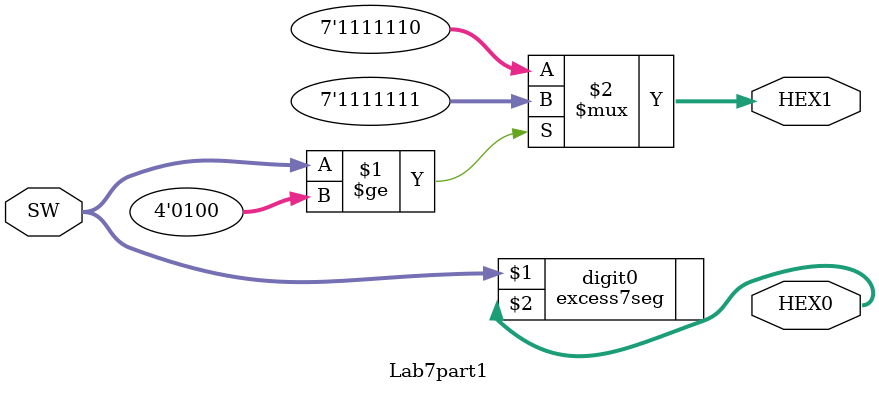
<source format=v>
/* ***************************************************************\
| Name of program : Lab7
| Author : Charles Heckel
| Date Created : 6/12/2018
| Date last updated : 6/12/2018
| Function : Displays a value to a set of seven-segment-displays
| Method   : Instantiates a modified version of hex7seg to decode 
|		a 4bit input value into a 7bit excess-4 biased SSD code
| Inputs : SW  - set of hardware switches from DE2-115 board
| Output : HEX - set of hardware SSDs from DE2-115 board
| Additional Comments : (Extras)
\*****************************************************************/

module Lab7part1(SW, HEX0, HEX1);
  // variables
  input [3:0] SW;
  // HEX1 is sign bit display
  // HEX0 is magnitude in hexadecimal
  output[0:6] HEX0, HEX1;
  
  
  // instantiation
  excess7seg digit0(SW, HEX0);	// display magnitude of input value
  
  // implementation
  // determine if input is above or below Excess-4's zero value
  // assign HEX1 accordingly (negative if < decimal 4)
  assign HEX1 = ((SW >= 4'b0100) ? 7'b1111111 : 7'b1111110);

endmodule

</source>
